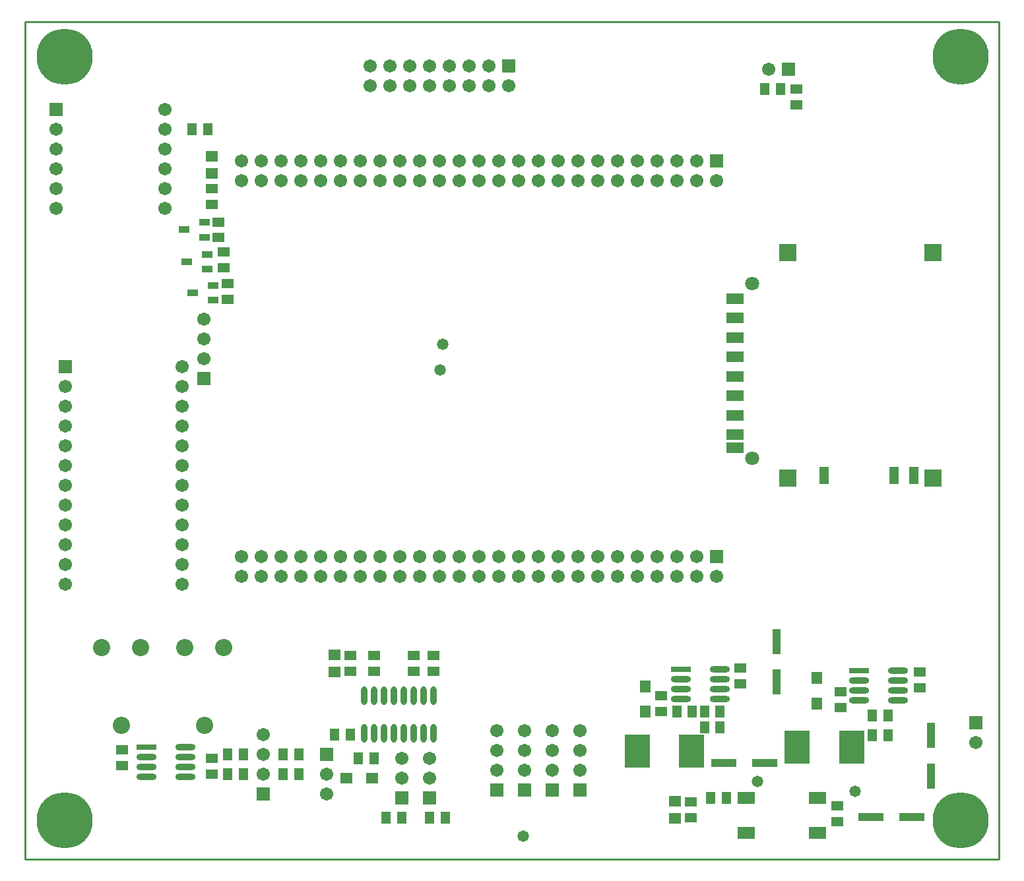
<source format=gts>
%FSLAX25Y25*%
%MOIN*%
G70*
G01*
G75*
G04 Layer_Color=8388736*
%ADD10R,0.11811X0.03543*%
%ADD11R,0.03543X0.11811*%
%ADD12R,0.05118X0.03937*%
%ADD13R,0.09449X0.02362*%
%ADD14O,0.09449X0.02362*%
%ADD15R,0.04803X0.05551*%
%ADD16R,0.11811X0.15748*%
%ADD17R,0.03937X0.05118*%
%ADD18O,0.02362X0.08661*%
%ADD19R,0.05551X0.04803*%
%ADD20R,0.05118X0.04724*%
%ADD21R,0.08268X0.05512*%
%ADD22R,0.08268X0.08268*%
%ADD23R,0.04331X0.08268*%
%ADD24R,0.08071X0.04528*%
%ADD25R,0.04724X0.02559*%
%ADD26C,0.01000*%
%ADD27C,0.02500*%
%ADD28C,0.02000*%
%ADD29C,0.03000*%
%ADD30C,0.05906*%
%ADD31R,0.05906X0.05906*%
%ADD32R,0.05906X0.05906*%
%ADD33C,0.07874*%
%ADD34C,0.06299*%
%ADD35C,0.05906*%
%ADD36C,0.05000*%
%ADD37C,0.27559*%
%ADD38R,0.12611X0.04343*%
%ADD39R,0.04343X0.12611*%
%ADD40R,0.05918X0.04737*%
%ADD41R,0.10249X0.03162*%
%ADD42O,0.10249X0.03162*%
%ADD43R,0.05603X0.06351*%
%ADD44R,0.12611X0.16548*%
%ADD45R,0.04737X0.05918*%
%ADD46O,0.03162X0.09461*%
%ADD47R,0.06351X0.05603*%
%ADD48R,0.05918X0.05524*%
%ADD49R,0.09068X0.06312*%
%ADD50R,0.09068X0.09068*%
%ADD51R,0.05131X0.09068*%
%ADD52R,0.08871X0.05328*%
%ADD53R,0.05524X0.03359*%
%ADD54C,0.06706*%
%ADD55R,0.06706X0.06706*%
%ADD56R,0.06706X0.06706*%
%ADD57C,0.08674*%
%ADD58C,0.07099*%
%ADD59C,0.06706*%
%ADD60C,0.05800*%
%ADD61C,0.28359*%
D26*
X0Y91100D02*
X491800D01*
X0D02*
Y514400D01*
X491800D01*
Y91100D02*
Y514400D01*
D38*
X373401Y139800D02*
D03*
X352928D02*
D03*
X447801Y112300D02*
D03*
X427328D02*
D03*
D39*
X457500Y133099D02*
D03*
Y153572D02*
D03*
X379400Y201001D02*
D03*
Y180528D02*
D03*
D40*
X451947Y177763D02*
D03*
Y185637D02*
D03*
X411947Y175637D02*
D03*
Y167763D02*
D03*
X196147Y186012D02*
D03*
Y193886D02*
D03*
X321047Y173537D02*
D03*
Y165663D02*
D03*
X410247Y110063D02*
D03*
Y117937D02*
D03*
X48947Y138363D02*
D03*
Y146237D02*
D03*
X94247Y134063D02*
D03*
Y141937D02*
D03*
X361047Y179663D02*
D03*
Y187537D02*
D03*
X97347Y413137D02*
D03*
Y405263D02*
D03*
X206147Y193886D02*
D03*
Y186012D02*
D03*
X100247Y397937D02*
D03*
Y390063D02*
D03*
X102247Y381937D02*
D03*
Y374063D02*
D03*
X389547Y480337D02*
D03*
Y472463D02*
D03*
X176147Y193886D02*
D03*
Y186012D02*
D03*
X336247Y112063D02*
D03*
Y119937D02*
D03*
X164247Y186063D02*
D03*
Y193937D02*
D03*
X94247Y429937D02*
D03*
Y422063D02*
D03*
D41*
X421105Y186200D02*
D03*
X61105Y147800D02*
D03*
X331205Y187100D02*
D03*
D42*
X421105Y181200D02*
D03*
Y176200D02*
D03*
Y171200D02*
D03*
X440790Y186200D02*
D03*
Y181200D02*
D03*
Y176200D02*
D03*
Y171200D02*
D03*
X61105Y142800D02*
D03*
Y137800D02*
D03*
Y132800D02*
D03*
X80790Y147800D02*
D03*
Y142800D02*
D03*
Y137800D02*
D03*
Y132800D02*
D03*
X331205Y182100D02*
D03*
Y177100D02*
D03*
Y172100D02*
D03*
X350890Y187100D02*
D03*
Y182100D02*
D03*
Y177100D02*
D03*
Y172100D02*
D03*
D43*
X399947Y169700D02*
D03*
Y182574D02*
D03*
X313047Y165600D02*
D03*
Y178474D02*
D03*
D44*
X417506Y147700D02*
D03*
X389947D02*
D03*
X336606Y145600D02*
D03*
X309047D02*
D03*
D45*
X92184Y460000D02*
D03*
X84310D02*
D03*
X329110Y165600D02*
D03*
X336984D02*
D03*
X204210Y111949D02*
D03*
X212084D02*
D03*
X381484Y480400D02*
D03*
X373610D02*
D03*
X110184Y134000D02*
D03*
X102310D02*
D03*
Y144000D02*
D03*
X110184D02*
D03*
X435884Y163700D02*
D03*
X428010D02*
D03*
X435884Y153700D02*
D03*
X428010D02*
D03*
X350984Y165600D02*
D03*
X343110D02*
D03*
X350984Y157600D02*
D03*
X343110D02*
D03*
X346310Y122000D02*
D03*
X354184D02*
D03*
X182210Y111949D02*
D03*
X190084D02*
D03*
X176084Y141949D02*
D03*
X168210D02*
D03*
X156210Y153949D02*
D03*
X164084D02*
D03*
X138184Y134000D02*
D03*
X130310D02*
D03*
Y144000D02*
D03*
X138184D02*
D03*
D46*
X206247Y173698D02*
D03*
X201247D02*
D03*
X196247D02*
D03*
X191247D02*
D03*
X186247D02*
D03*
X181247D02*
D03*
X176247D02*
D03*
X201247Y154800D02*
D03*
X196247D02*
D03*
X191247D02*
D03*
X186247D02*
D03*
X181247D02*
D03*
X176247D02*
D03*
X171247D02*
D03*
X206247D02*
D03*
X171247Y173698D02*
D03*
D47*
X162147Y131949D02*
D03*
X175021D02*
D03*
D48*
X328247Y111606D02*
D03*
Y120268D02*
D03*
X156247Y185606D02*
D03*
Y194268D02*
D03*
X94247Y437606D02*
D03*
Y446268D02*
D03*
D49*
X364247Y122000D02*
D03*
X400074D02*
D03*
X364247Y104283D02*
D03*
X400074D02*
D03*
D50*
X458586Y283564D02*
D03*
X385161D02*
D03*
Y397737D02*
D03*
X458586D02*
D03*
D51*
X403468Y285139D02*
D03*
X448940D02*
D03*
X438704D02*
D03*
D52*
X358586Y364568D02*
D03*
Y354725D02*
D03*
Y344883D02*
D03*
Y335040D02*
D03*
Y325198D02*
D03*
Y315355D02*
D03*
Y305808D02*
D03*
Y299115D02*
D03*
Y374410D02*
D03*
D53*
X80123Y409200D02*
D03*
X90572Y405460D02*
D03*
Y412940D02*
D03*
X81523Y392900D02*
D03*
X91972Y389160D02*
D03*
Y396640D02*
D03*
X84423Y377300D02*
D03*
X94872Y373560D02*
D03*
Y381040D02*
D03*
D54*
X109100Y233930D02*
D03*
X119100D02*
D03*
X129100D02*
D03*
X139100D02*
D03*
X149100D02*
D03*
X159100D02*
D03*
X169100D02*
D03*
X179100D02*
D03*
X189100D02*
D03*
X199100D02*
D03*
X209100D02*
D03*
X219100D02*
D03*
X229100D02*
D03*
X239100D02*
D03*
X249100D02*
D03*
X259100D02*
D03*
X269100D02*
D03*
X279100D02*
D03*
X289100D02*
D03*
X299100D02*
D03*
X309100D02*
D03*
X319100D02*
D03*
X329100D02*
D03*
X339100D02*
D03*
X349100D02*
D03*
X109100Y243930D02*
D03*
X119100D02*
D03*
X129100D02*
D03*
X139100D02*
D03*
X149100D02*
D03*
X159100D02*
D03*
X169100D02*
D03*
X179100D02*
D03*
X189100D02*
D03*
X199100D02*
D03*
X209100D02*
D03*
X219100D02*
D03*
X229100D02*
D03*
X239100D02*
D03*
X249100D02*
D03*
X259100D02*
D03*
X269100D02*
D03*
X279100D02*
D03*
X289100D02*
D03*
X299100D02*
D03*
X309100D02*
D03*
X319100D02*
D03*
X329100D02*
D03*
X339100D02*
D03*
X109100Y433930D02*
D03*
X119100D02*
D03*
X129100D02*
D03*
X139100D02*
D03*
X149100D02*
D03*
X159100D02*
D03*
X169100D02*
D03*
X179100D02*
D03*
X189100D02*
D03*
X199100D02*
D03*
X209100D02*
D03*
X219100D02*
D03*
X229100D02*
D03*
X239100D02*
D03*
X249100D02*
D03*
X259100D02*
D03*
X269100D02*
D03*
X279100D02*
D03*
X289100D02*
D03*
X299100D02*
D03*
X309100D02*
D03*
X319100D02*
D03*
X329100D02*
D03*
X339100D02*
D03*
X349100D02*
D03*
X109100Y443930D02*
D03*
X119100D02*
D03*
X129100D02*
D03*
X139100D02*
D03*
X149100D02*
D03*
X159100D02*
D03*
X169100D02*
D03*
X179100D02*
D03*
X189100D02*
D03*
X199100D02*
D03*
X209100D02*
D03*
X219100D02*
D03*
X229100D02*
D03*
X239100D02*
D03*
X249100D02*
D03*
X259100D02*
D03*
X269100D02*
D03*
X279100D02*
D03*
X289100D02*
D03*
X299100D02*
D03*
X309100D02*
D03*
X319100D02*
D03*
X329100D02*
D03*
X339100D02*
D03*
X174247Y482000D02*
D03*
Y492000D02*
D03*
X184247Y482000D02*
D03*
Y492000D02*
D03*
X194247Y482000D02*
D03*
Y492000D02*
D03*
X204247Y482000D02*
D03*
Y492000D02*
D03*
X214247Y482000D02*
D03*
Y492000D02*
D03*
X224247Y482000D02*
D03*
Y492000D02*
D03*
X234247Y482000D02*
D03*
Y492000D02*
D03*
X244247Y482000D02*
D03*
X480247Y150000D02*
D03*
X90247Y344000D02*
D03*
Y354000D02*
D03*
Y364000D02*
D03*
X375547Y490400D02*
D03*
X280247Y156000D02*
D03*
Y146000D02*
D03*
Y136000D02*
D03*
X266247Y156000D02*
D03*
Y146000D02*
D03*
Y136000D02*
D03*
X252247Y156000D02*
D03*
Y146000D02*
D03*
Y136000D02*
D03*
X238247Y156000D02*
D03*
Y146000D02*
D03*
Y136000D02*
D03*
X204147Y131949D02*
D03*
Y141949D02*
D03*
X190147Y131949D02*
D03*
Y141949D02*
D03*
X120247Y154000D02*
D03*
Y144000D02*
D03*
Y134000D02*
D03*
X152147Y133949D02*
D03*
Y123949D02*
D03*
X79342Y230000D02*
D03*
Y240000D02*
D03*
Y250000D02*
D03*
Y260000D02*
D03*
Y270000D02*
D03*
Y280000D02*
D03*
Y290000D02*
D03*
Y300000D02*
D03*
Y310000D02*
D03*
Y320000D02*
D03*
Y330000D02*
D03*
Y340000D02*
D03*
X20247Y230000D02*
D03*
Y240000D02*
D03*
Y250000D02*
D03*
Y260000D02*
D03*
Y270000D02*
D03*
Y280000D02*
D03*
Y290000D02*
D03*
Y300000D02*
D03*
Y310000D02*
D03*
Y320000D02*
D03*
Y330000D02*
D03*
X70444Y460000D02*
D03*
Y450000D02*
D03*
Y420000D02*
D03*
Y430000D02*
D03*
X15444D02*
D03*
Y440000D02*
D03*
Y460000D02*
D03*
D55*
X349100Y243930D02*
D03*
Y443930D02*
D03*
X244247Y492000D02*
D03*
X385547Y490400D02*
D03*
X20247Y340000D02*
D03*
X15444Y470000D02*
D03*
D56*
X480247Y160000D02*
D03*
X90247Y334000D02*
D03*
X280247Y126000D02*
D03*
X266247D02*
D03*
X252247D02*
D03*
X238247D02*
D03*
X204147Y121949D02*
D03*
X190147D02*
D03*
X120247Y124000D02*
D03*
X152147Y143949D02*
D03*
D57*
X48405Y158630D02*
D03*
X38562Y198000D02*
D03*
X58247D02*
D03*
X90405Y158630D02*
D03*
X80562Y198000D02*
D03*
X100247D02*
D03*
D58*
X367247Y381989D02*
D03*
Y293800D02*
D03*
D59*
X70444Y470000D02*
D03*
Y440000D02*
D03*
X15444Y420000D02*
D03*
Y450000D02*
D03*
D60*
X251647Y102800D02*
D03*
X419047Y125400D02*
D03*
X209647Y338200D02*
D03*
X210747Y351300D02*
D03*
X369747Y130400D02*
D03*
D61*
X19685Y496612D02*
D03*
X472441D02*
D03*
Y110785D02*
D03*
X19685D02*
D03*
M02*

</source>
